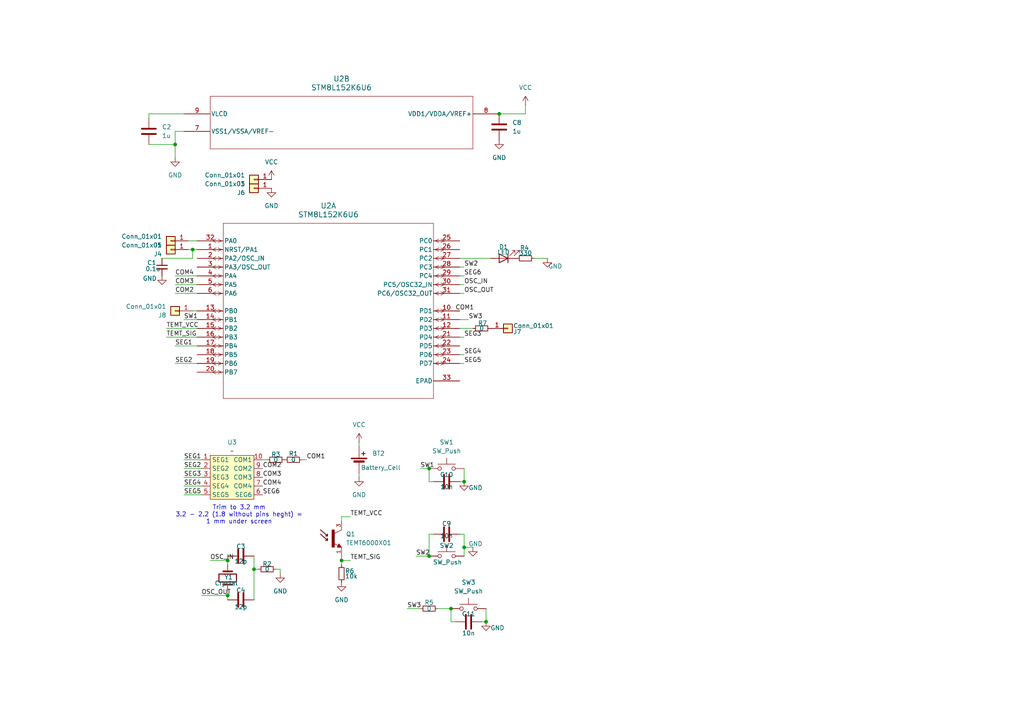
<source format=kicad_sch>
(kicad_sch (version 20250114) (generator "eeschema") (generator_version "9.0")
  (paper "A4")
  (lib_symbols
    (symbol "Connector_Generic:Conn_01x01" (pin_names (offset 1.016) (hide yes))
      (property "Reference" "J" (at 0 2.54 0))
      (property "Value" "Conn_01x01" (at 0 -2.54 0))
      (symbol "Conn_01x01_1_1"
        (rectangle (start -1.27 1.27) (end 1.27 -1.27) (stroke (width 0.254)) (fill (type background)))
        (rectangle (start -1.27 0.127) (end 0 -0.127) (stroke (width 0.1524)))
        (pin passive line (at -5.08 0 0) (length 3.81) (name "Pin_1") (number "1"))
      )
    )
    (symbol "Device:Battery_Cell" (pin_numbers (hide yes)) (pin_names (offset 0) (hide yes))
      (property "Reference" "BT" (at 2.54 2.54 0))
      (property "Value" "Battery_Cell" (at 2.54 0 0))
      (symbol "Battery_Cell_0_1"
        (rectangle (start -2.286 1.778) (end 2.286 1.524) (fill (type outline)))
        (rectangle (start -1.524 1.016) (end 1.524 0.508) (fill (type outline)))
        (polyline (pts (xy 0 1.778) (xy 0 2.54)))
        (polyline (pts (xy 0 0.762) (xy 0 0)))
        (polyline (pts (xy 0.762 3.048) (xy 1.778 3.048)) (stroke (width 0.254)))
        (polyline (pts (xy 1.27 3.556) (xy 1.27 2.54)) (stroke (width 0.254)))
      )
      (symbol "Battery_Cell_1_1"
        (pin passive line (at 0 5.08 270) (length 2.54) (name "+") (number "1"))
        (pin passive line (at 0 -2.54 90) (length 2.54) (name "-") (number "2"))
      )
    )
    (symbol "Device:C" (pin_numbers (hide yes)) (pin_names (offset 0.254))
      (property "Reference" "C" (at 0.635 2.54 0))
      (property "Value" "C" (at 0.635 -2.54 0))
      (symbol "C_0_1"
        (polyline (pts (xy -2.032 0.762) (xy 2.032 0.762)) (stroke (width 0.508)))
        (polyline (pts (xy -2.032 -0.762) (xy 2.032 -0.762)) (stroke (width 0.508)))
      )
      (symbol "C_1_1"
        (pin passive line (at 0 3.81 270) (length 2.794) (name "~") (number "1"))
        (pin passive line (at 0 -3.81 90) (length 2.794) (name "~") (number "2"))
      )
    )
    (symbol "Device:C_Small" (pin_numbers (hide yes)) (pin_names (offset 0.254) (hide yes))
      (property "Reference" "C" (at 0.254 1.778 0))
      (property "Value" "C_Small" (at 0.254 -2.032 0))
      (symbol "C_Small_0_1"
        (polyline (pts (xy -1.524 0.508) (xy 1.524 0.508)) (stroke (width 0.3048)))
        (polyline (pts (xy -1.524 -0.508) (xy 1.524 -0.508)) (stroke (width 0.3302)))
      )
      (symbol "C_Small_1_1"
        (pin passive line (at 0 2.54 270) (length 2.032) (name "~") (number "1"))
        (pin passive line (at 0 -2.54 90) (length 2.032) (name "~") (number "2"))
      )
    )
    (symbol "Device:Crystal" (pin_numbers (hide yes)) (pin_names (offset 1.016) (hide yes))
      (property "Reference" "Y" (at 0 3.81 0))
      (property "Value" "Crystal" (at 0 -3.81 0))
      (symbol "Crystal_0_1"
        (polyline (pts (xy -2.54 0) (xy -1.905 0)))
        (polyline (pts (xy -1.905 -1.27) (xy -1.905 1.27)) (stroke (width 0.508)))
        (rectangle (start -1.143 2.54) (end 1.143 -2.54) (stroke (width 0.3048)))
        (polyline (pts (xy 1.905 -1.27) (xy 1.905 1.27)) (stroke (width 0.508)))
        (polyline (pts (xy 2.54 0) (xy 1.905 0)))
      )
      (symbol "Crystal_1_1"
        (pin passive line (at -3.81 0 0) (length 1.27) (name "1") (number "1"))
        (pin passive line (at 3.81 0 180) (length 1.27) (name "2") (number "2"))
      )
    )
    (symbol "Device:LED" (pin_numbers (hide yes)) (pin_names (offset 1.016) (hide yes))
      (property "Reference" "D" (at 0 2.54 0))
      (property "Value" "LED" (at 0 -2.54 0))
      (symbol "LED_0_1"
        (polyline (pts (xy -3.048 -0.762) (xy -4.572 -2.286) (xy -3.81 -2.286) (xy -4.572 -2.286) (xy -4.572 -1.524)))
        (polyline (pts (xy -1.778 -0.762) (xy -3.302 -2.286) (xy -2.54 -2.286) (xy -3.302 -2.286) (xy -3.302 -1.524)))
        (polyline (pts (xy -1.27 0) (xy 1.27 0)))
        (polyline (pts (xy -1.27 -1.27) (xy -1.27 1.27)) (stroke (width 0.254)))
        (polyline (pts (xy 1.27 -1.27) (xy 1.27 1.27) (xy -1.27 0) (xy 1.27 -1.27)) (stroke (width 0.254)))
      )
      (symbol "LED_1_1"
        (pin passive line (at -3.81 0 0) (length 2.54) (name "K") (number "1"))
        (pin passive line (at 3.81 0 180) (length 2.54) (name "A") (number "2"))
      )
    )
    (symbol "Device:R_Small" (pin_numbers (hide yes)) (pin_names (offset 0.254) (hide yes))
      (property "Reference" "R" (at 0.762 0.508 0))
      (property "Value" "R_Small" (at 0.762 -1.016 0))
      (symbol "R_Small_0_1"
        (rectangle (start -0.762 1.778) (end 0.762 -1.778) (stroke (width 0.2032)))
      )
      (symbol "R_Small_1_1"
        (pin passive line (at 0 2.54 270) (length 0.762) (name "~") (number "1"))
        (pin passive line (at 0 -2.54 90) (length 0.762) (name "~") (number "2"))
      )
    )
    (symbol "SegmentLCD:3SegLCD10Pin"
      (property "Reference" "U" (at 0 6.604 0))
      (symbol "3SegLCD10Pin_0_1"
        (rectangle (start -6.35 3.81) (end 6.35 -8.89) (fill (type background)))
      )
      (symbol "3SegLCD10Pin_1_1"
        (pin input line (at -8.89 2.54 0) (length 2.54) (name "SEG1") (number "1"))
        (pin input line (at -8.89 0 0) (length 2.54) (name "SEG2") (number "2"))
        (pin input line (at -8.89 -2.54 0) (length 2.54) (name "SEG3") (number "3"))
        (pin input line (at -8.89 -5.08 0) (length 2.54) (name "SEG4") (number "4"))
        (pin input line (at -8.89 -7.62 0) (length 2.54) (name "SEG5") (number "5"))
        (pin input line (at 8.89 2.54 180) (length 2.54) (name "COM1") (number "10"))
        (pin input line (at 8.89 0 180) (length 2.54) (name "COM2") (number "9"))
        (pin input line (at 8.89 -2.54 180) (length 2.54) (name "COM3") (number "8"))
        (pin input line (at 8.89 -5.08 180) (length 2.54) (name "COM4") (number "7"))
        (pin input line (at 8.89 -7.62 180) (length 2.54) (name "SEG6") (number "6"))
      )
    )
    (symbol "Switch:SW_Push" (pin_numbers (hide yes)) (pin_names (offset 1.016) (hide yes))
      (property "Reference" "SW" (at 1.27 2.54 0))
      (property "Value" "SW_Push" (at 0 -1.524 0))
      (symbol "SW_Push_0_1"
        (circle (center -2.032 0) (radius 0.508))
        (polyline (pts (xy 0 1.27) (xy 0 3.048)))
        (circle (center 2.032 0) (radius 0.508))
        (polyline (pts (xy 2.54 1.27) (xy -2.54 1.27)))
        (pin passive line (at -5.08 0 0) (length 2.54) (name "1") (number "1"))
        (pin passive line (at 5.08 0 180) (length 2.54) (name "2") (number "2"))
      )
    )
    (symbol "TEMT6000X01:TEMT6000X01" (pin_names (offset 1.016))
      (property "Reference" "Q" (at 5.0999 0 0))
      (property "Value" "TEMT6000X01" (at 5.0887 -2.5444 0))
      (symbol "TEMT6000X01_0_0"
        (polyline (pts (xy -3.556 2.54) (xy -1.524 0.762)) (stroke (width 0.254)))
        (polyline (pts (xy -3.556 1.27) (xy -1.524 -0.508)) (stroke (width 0.254)))
        (polyline (pts (xy -2.032 0.762) (xy -1.524 1.27)) (stroke (width 0.254)))
        (polyline (pts (xy -2.032 -0.508) (xy -1.524 0)) (stroke (width 0.254)))
        (polyline (pts (xy -1.524 1.27) (xy -1.524 0.762)) (stroke (width 0.254)))
        (polyline (pts (xy -1.524 0.762) (xy -2.032 0.762)) (stroke (width 0.254)))
        (polyline (pts (xy -1.524 0) (xy -1.524 -0.508)) (stroke (width 0.254)))
        (polyline (pts (xy -1.524 -0.508) (xy -2.032 -0.508)) (stroke (width 0.254)))
        (rectangle (start -0.2547 -2.5468) (end 0.508 2.54) (stroke (width 0.1)) (fill (type outline)))
        (polyline (pts (xy 1.27 -2.54) (xy 1.778 -1.524)) (stroke (width 0.1524)))
        (polyline (pts (xy 1.524 -2.286) (xy 1.905 -2.286)) (stroke (width 0.254)))
        (polyline (pts (xy 1.524 -2.413) (xy 2.286 -2.413)) (stroke (width 0.254)))
        (polyline (pts (xy 1.54 -2.04) (xy 0.308 -1.424)) (stroke (width 0.1524)))
        (polyline (pts (xy 1.778 -1.524) (xy 2.54 -2.54)) (stroke (width 0.1524)))
        (polyline (pts (xy 1.778 -1.778) (xy 1.524 -2.286)) (stroke (width 0.254)))
        (polyline (pts (xy 1.905 -2.286) (xy 1.778 -2.032)) (stroke (width 0.254)))
        (polyline (pts (xy 2.286 -2.413) (xy 1.778 -1.778)) (stroke (width 0.254)))
        (polyline (pts (xy 2.54 2.54) (xy 0.508 1.524)) (stroke (width 0.1524)))
        (polyline (pts (xy 2.54 -2.54) (xy 1.27 -2.54)) (stroke (width 0.1524)))
        (pin passive line (at 2.54 5.08 270) (length 2.54) (name "~") (number "3"))
        (pin passive line (at 2.54 -5.08 90) (length 2.54) (name "~") (number "1"))
      )
    )
    (symbol "power:GND" (power) (pin_numbers (hide yes)) (pin_names (offset 0) (hide yes))
      (property "Value" "GND" (at 0 -3.81 0))
      (symbol "GND_0_1"
        (polyline (pts (xy 0 0) (xy 0 -1.27) (xy 1.27 -1.27) (xy 0 -2.54) (xy -1.27 -1.27) (xy 0 -1.27)))
      )
      (symbol "GND_1_1"
        (pin power_in line (at 0 0 270) (length 0) (name "~") (number "1"))
      )
    )
    (symbol "power:VCC" (power) (pin_numbers (hide yes)) (pin_names (offset 0) (hide yes))
      (property "Value" "VCC" (at 0 3.556 0))
      (symbol "VCC_0_1"
        (polyline (pts (xy -0.762 1.27) (xy 0 2.54)))
        (polyline (pts (xy 0 2.54) (xy 0.762 1.27)))
        (polyline (pts (xy 0 0) (xy 0 2.54)))
      )
      (symbol "VCC_1_1"
        (pin power_in line (at 0 0 90) (length 0) (name "~") (number "1"))
      )
    )
    (symbol "stm32l152k6u6:STM8L152K6U6" (pin_names (offset 0.254))
      (property "Reference" "U" (at 38.1 10.16 0))
      (property "Value" "STM8L152K6U6" (at 38.1 7.62 0))
      (symbol "STM8L152K6U6_1_1"
        (polyline (pts (xy 5.5372 0.5207) (xy 4.4958 0)) (stroke (width 0.127)))
        (polyline (pts (xy 5.5372 -0.5207) (xy 4.4958 0)) (stroke (width 0.127)))
        (polyline (pts (xy 5.5372 -2.0193) (xy 4.4958 -2.54)) (stroke (width 0.127)))
        (polyline (pts (xy 5.5372 -3.0607) (xy 4.4958 -2.54)) (stroke (width 0.127)))
        (polyline (pts (xy 5.5372 -4.5593) (xy 4.4958 -5.08)) (stroke (width 0.127)))
        (polyline (pts (xy 5.5372 -5.6007) (xy 4.4958 -5.08)) (stroke (width 0.127)))
        (polyline (pts (xy 5.5372 -7.0993) (xy 4.4958 -7.62)) (stroke (width 0.127)))
        (polyline (pts (xy 5.5372 -8.1407) (xy 4.4958 -7.62)) (stroke (width 0.127)))
        (polyline (pts (xy 5.5372 -9.6393) (xy 4.4958 -10.16)) (stroke (width 0.127)))
        (polyline (pts (xy 5.5372 -10.6807) (xy 4.4958 -10.16)) (stroke (width 0.127)))
        (polyline (pts (xy 5.5372 -12.1793) (xy 4.4958 -12.7)) (stroke (width 0.127)))
        (polyline (pts (xy 5.5372 -13.2207) (xy 4.4958 -12.7)) (stroke (width 0.127)))
        (polyline (pts (xy 5.5372 -14.7193) (xy 4.4958 -15.24)) (stroke (width 0.127)))
        (polyline (pts (xy 5.5372 -15.7607) (xy 4.4958 -15.24)) (stroke (width 0.127)))
        (polyline (pts (xy 5.5372 -19.7993) (xy 4.4958 -20.32)) (stroke (width 0.127)))
        (polyline (pts (xy 5.5372 -20.8407) (xy 4.4958 -20.32)) (stroke (width 0.127)))
        (polyline (pts (xy 5.5372 -22.3393) (xy 4.4958 -22.86)) (stroke (width 0.127)))
        (polyline (pts (xy 5.5372 -23.3807) (xy 4.4958 -22.86)) (stroke (width 0.127)))
        (polyline (pts (xy 5.5372 -24.8793) (xy 4.4958 -25.4)) (stroke (width 0.127)))
        (polyline (pts (xy 5.5372 -25.9207) (xy 4.4958 -25.4)) (stroke (width 0.127)))
        (polyline (pts (xy 5.5372 -27.4193) (xy 4.4958 -27.94)) (stroke (width 0.127)))
        (polyline (pts (xy 5.5372 -28.4607) (xy 4.4958 -27.94)) (stroke (width 0.127)))
        (polyline (pts (xy 5.5372 -29.9593) (xy 4.4958 -30.48)) (stroke (width 0.127)))
        (polyline (pts (xy 5.5372 -31.0007) (xy 4.4958 -30.48)) (stroke (width 0.127)))
        (polyline (pts (xy 5.5372 -32.4993) (xy 4.4958 -33.02)) (stroke (width 0.127)))
        (polyline (pts (xy 5.5372 -33.5407) (xy 4.4958 -33.02)) (stroke (width 0.127)))
        (polyline (pts (xy 5.5372 -35.0393) (xy 4.4958 -35.56)) (stroke (width 0.127)))
        (polyline (pts (xy 5.5372 -36.0807) (xy 4.4958 -35.56)) (stroke (width 0.127)))
        (polyline (pts (xy 5.5372 -37.5793) (xy 4.4958 -38.1)) (stroke (width 0.127)))
        (polyline (pts (xy 5.5372 -38.6207) (xy 4.4958 -38.1)) (stroke (width 0.127)))
        (polyline (pts (xy 7.0993 0) (xy 6.0579 0.5207)) (stroke (width 0.127)))
        (polyline (pts (xy 7.0993 0) (xy 6.0579 -0.5207)) (stroke (width 0.127)))
        (polyline (pts (xy 7.0993 -2.54) (xy 6.0579 -2.0193)) (stroke (width 0.127)))
        (polyline (pts (xy 7.0993 -2.54) (xy 6.0579 -3.0607)) (stroke (width 0.127)))
        (polyline (pts (xy 7.0993 -5.08) (xy 6.0579 -4.5593)) (stroke (width 0.127)))
        (polyline (pts (xy 7.0993 -5.08) (xy 6.0579 -5.6007)) (stroke (width 0.127)))
        (polyline (pts (xy 7.0993 -7.62) (xy 6.0579 -7.0993)) (stroke (width 0.127)))
        (polyline (pts (xy 7.0993 -7.62) (xy 6.0579 -8.1407)) (stroke (width 0.127)))
        (polyline (pts (xy 7.0993 -10.16) (xy 6.0579 -9.6393)) (stroke (width 0.127)))
        (polyline (pts (xy 7.0993 -10.16) (xy 6.0579 -10.6807)) (stroke (width 0.127)))
        (polyline (pts (xy 7.0993 -12.7) (xy 6.0579 -12.1793)) (stroke (width 0.127)))
        (polyline (pts (xy 7.0993 -12.7) (xy 6.0579 -13.2207)) (stroke (width 0.127)))
        (polyline (pts (xy 7.0993 -15.24) (xy 6.0579 -14.7193)) (stroke (width 0.127)))
        (polyline (pts (xy 7.0993 -15.24) (xy 6.0579 -15.7607)) (stroke (width 0.127)))
        (polyline (pts (xy 7.0993 -20.32) (xy 6.0579 -19.7993)) (stroke (width 0.127)))
        (polyline (pts (xy 7.0993 -20.32) (xy 6.0579 -20.8407)) (stroke (width 0.127)))
        (polyline (pts (xy 7.0993 -22.86) (xy 6.0579 -22.3393)) (stroke (width 0.127)))
        (polyline (pts (xy 7.0993 -22.86) (xy 6.0579 -23.3807)) (stroke (width 0.127)))
        (polyline (pts (xy 7.0993 -25.4) (xy 6.0579 -24.8793)) (stroke (width 0.127)))
        (polyline (pts (xy 7.0993 -25.4) (xy 6.0579 -25.9207)) (stroke (width 0.127)))
        (polyline (pts (xy 7.0993 -27.94) (xy 6.0579 -27.4193)) (stroke (width 0.127)))
        (polyline (pts (xy 7.0993 -27.94) (xy 6.0579 -28.4607)) (stroke (width 0.127)))
        (polyline (pts (xy 7.0993 -30.48) (xy 6.0579 -29.9593)) (stroke (width 0.127)))
        (polyline (pts (xy 7.0993 -30.48) (xy 6.0579 -31.0007)) (stroke (width 0.127)))
        (polyline (pts (xy 7.0993 -33.02) (xy 6.0579 -32.4993)) (stroke (width 0.127)))
        (polyline (pts (xy 7.0993 -33.02) (xy 6.0579 -33.5407)) (stroke (width 0.127)))
        (polyline (pts (xy 7.0993 -35.56) (xy 6.0579 -35.0393)) (stroke (width 0.127)))
        (polyline (pts (xy 7.0993 -35.56) (xy 6.0579 -36.0807)) (stroke (width 0.127)))
        (polyline (pts (xy 7.0993 -38.1) (xy 6.0579 -37.5793)) (stroke (width 0.127)))
        (polyline (pts (xy 7.0993 -38.1) (xy 6.0579 -38.6207)) (stroke (width 0.127)))
        (polyline (pts (xy 7.62 5.08) (xy 7.62 -45.72)) (stroke (width 0.127)))
        (polyline (pts (xy 7.62 -45.72) (xy 68.58 -45.72)) (stroke (width 0.127)))
        (polyline (pts (xy 68.58 5.08) (xy 7.62 5.08)) (stroke (width 0.127)))
        (polyline (pts (xy 68.58 -45.72) (xy 68.58 5.08)) (stroke (width 0.127)))
        (polyline (pts (xy 69.1007 0) (xy 70.1421 0.5207)) (stroke (width 0.127)))
        (polyline (pts (xy 69.1007 0) (xy 70.1421 -0.5207)) (stroke (width 0.127)))
        (polyline (pts (xy 69.1007 -2.54) (xy 70.1421 -2.0193)) (stroke (width 0.127)))
        (polyline (pts (xy 69.1007 -2.54) (xy 70.1421 -3.0607)) (stroke (width 0.127)))
        (polyline (pts (xy 69.1007 -5.08) (xy 70.1421 -4.5593)) (stroke (width 0.127)))
        (polyline (pts (xy 69.1007 -5.08) (xy 70.1421 -5.6007)) (stroke (width 0.127)))
        (polyline (pts (xy 69.1007 -7.62) (xy 70.1421 -7.0993)) (stroke (width 0.127)))
        (polyline (pts (xy 69.1007 -7.62) (xy 70.1421 -8.1407)) (stroke (width 0.127)))
        (polyline (pts (xy 69.1007 -10.16) (xy 70.1421 -9.6393)) (stroke (width 0.127)))
        (polyline (pts (xy 69.1007 -10.16) (xy 70.1421 -10.6807)) (stroke (width 0.127)))
        (polyline (pts (xy 69.1007 -12.7) (xy 70.1421 -12.1793)) (stroke (width 0.127)))
        (polyline (pts (xy 69.1007 -12.7) (xy 70.1421 -13.2207)) (stroke (width 0.127)))
        (polyline (pts (xy 69.1007 -15.24) (xy 70.1421 -14.7193)) (stroke (width 0.127)))
        (polyline (pts (xy 69.1007 -15.24) (xy 70.1421 -15.7607)) (stroke (width 0.127)))
        (polyline (pts (xy 69.1007 -20.32) (xy 70.1421 -19.7993)) (stroke (width 0.127)))
        (polyline (pts (xy 69.1007 -20.32) (xy 70.1421 -20.8407)) (stroke (width 0.127)))
        (polyline (pts (xy 69.1007 -22.86) (xy 70.1421 -22.3393)) (stroke (width 0.127)))
        (polyline (pts (xy 69.1007 -22.86) (xy 70.1421 -23.3807)) (stroke (width 0.127)))
        (polyline (pts (xy 69.1007 -25.4) (xy 70.1421 -24.8793)) (stroke (width 0.127)))
        (polyline (pts (xy 69.1007 -25.4) (xy 70.1421 -25.9207)) (stroke (width 0.127)))
        (polyline (pts (xy 69.1007 -27.94) (xy 70.1421 -27.4193)) (stroke (width 0.127)))
        (polyline (pts (xy 69.1007 -27.94) (xy 70.1421 -28.4607)) (stroke (width 0.127)))
        (polyline (pts (xy 69.1007 -30.48) (xy 70.1421 -29.9593)) (stroke (width 0.127)))
        (polyline (pts (xy 69.1007 -30.48) (xy 70.1421 -31.0007)) (stroke (width 0.127)))
        (polyline (pts (xy 69.1007 -33.02) (xy 70.1421 -32.4993)) (stroke (width 0.127)))
        (polyline (pts (xy 69.1007 -33.02) (xy 70.1421 -33.5407)) (stroke (width 0.127)))
        (polyline (pts (xy 69.1007 -35.56) (xy 70.1421 -35.0393)) (stroke (width 0.127)))
        (polyline (pts (xy 69.1007 -35.56) (xy 70.1421 -36.0807)) (stroke (width 0.127)))
        (polyline (pts (xy 70.6628 0.5207) (xy 71.7042 0)) (stroke (width 0.127)))
        (polyline (pts (xy 70.6628 -0.5207) (xy 71.7042 0)) (stroke (width 0.127)))
        (polyline (pts (xy 70.6628 -2.0193) (xy 71.7042 -2.54)) (stroke (width 0.127)))
        (polyline (pts (xy 70.6628 -3.0607) (xy 71.7042 -2.54)) (stroke (width 0.127)))
        (polyline (pts (xy 70.6628 -4.5593) (xy 71.7042 -5.08)) (stroke (width 0.127)))
        (polyline (pts (xy 70.6628 -5.6007) (xy 71.7042 -5.08)) (stroke (width 0.127)))
        (polyline (pts (xy 70.6628 -7.0993) (xy 71.7042 -7.62)) (stroke (width 0.127)))
        (polyline (pts (xy 70.6628 -8.1407) (xy 71.7042 -7.62)) (stroke (width 0.127)))
        (polyline (pts (xy 70.6628 -9.6393) (xy 71.7042 -10.16)) (stroke (width 0.127)))
        (polyline (pts (xy 70.6628 -10.6807) (xy 71.7042 -10.16)) (stroke (width 0.127)))
        (polyline (pts (xy 70.6628 -12.1793) (xy 71.7042 -12.7)) (stroke (width 0.127)))
        (polyline (pts (xy 70.6628 -13.2207) (xy 71.7042 -12.7)) (stroke (width 0.127)))
        (polyline (pts (xy 70.6628 -14.7193) (xy 71.7042 -15.24)) (stroke (width 0.127)))
        (polyline (pts (xy 70.6628 -15.7607) (xy 71.7042 -15.24)) (stroke (width 0.127)))
        (polyline (pts (xy 70.6628 -19.7993) (xy 71.7042 -20.32)) (stroke (width 0.127)))
        (polyline (pts (xy 70.6628 -20.8407) (xy 71.7042 -20.32)) (stroke (width 0.127)))
        (polyline (pts (xy 70.6628 -22.3393) (xy 71.7042 -22.86)) (stroke (width 0.127)))
        (polyline (pts (xy 70.6628 -23.3807) (xy 71.7042 -22.86)) (stroke (width 0.127)))
        (polyline (pts (xy 70.6628 -24.8793) (xy 71.7042 -25.4)) (stroke (width 0.127)))
        (polyline (pts (xy 70.6628 -25.9207) (xy 71.7042 -25.4)) (stroke (width 0.127)))
        (polyline (pts (xy 70.6628 -27.4193) (xy 71.7042 -27.94)) (stroke (width 0.127)))
        (polyline (pts (xy 70.6628 -28.4607) (xy 71.7042 -27.94)) (stroke (width 0.127)))
        (polyline (pts (xy 70.6628 -29.9593) (xy 71.7042 -30.48)) (stroke (width 0.127)))
        (polyline (pts (xy 70.6628 -31.0007) (xy 71.7042 -30.48)) (stroke (width 0.127)))
        (polyline (pts (xy 70.6628 -32.4993) (xy 71.7042 -33.02)) (stroke (width 0.127)))
        (polyline (pts (xy 70.6628 -33.5407) (xy 71.7042 -33.02)) (stroke (width 0.127)))
        (polyline (pts (xy 70.6628 -35.0393) (xy 71.7042 -35.56)) (stroke (width 0.127)))
        (polyline (pts (xy 70.6628 -36.0807) (xy 71.7042 -35.56)) (stroke (width 0.127)))
        (pin bidirectional line (at 0 0 0) (length 7.62) (name "PA0") (number "32"))
        (pin bidirectional line (at 0 -2.54 0) (length 7.62) (name "NRST/PA1") (number "1"))
        (pin bidirectional line (at 0 -5.08 0) (length 7.62) (name "PA2/OSC_IN") (number "2"))
        (pin bidirectional line (at 0 -7.62 0) (length 7.62) (name "PA3/OSC_OUT") (number "3"))
        (pin bidirectional line (at 0 -10.16 0) (length 7.62) (name "PA4") (number "4"))
        (pin bidirectional line (at 0 -12.7 0) (length 7.62) (name "PA5") (number "5"))
        (pin bidirectional line (at 0 -15.24 0) (length 7.62) (name "PA6") (number "6"))
        (pin bidirectional line (at 0 -20.32 0) (length 7.62) (name "PB0") (number "13"))
        (pin bidirectional line (at 0 -22.86 0) (length 7.62) (name "PB1") (number "14"))
        (pin bidirectional line (at 0 -25.4 0) (length 7.62) (name "PB2") (number "15"))
        (pin bidirectional line (at 0 -27.94 0) (length 7.62) (name "PB3") (number "16"))
        (pin bidirectional line (at 0 -30.48 0) (length 7.62) (name "PB4") (number "17"))
        (pin bidirectional line (at 0 -33.02 0) (length 7.62) (name "PB5") (number "18"))
        (pin bidirectional line (at 0 -35.56 0) (length 7.62) (name "PB6") (number "19"))
        (pin bidirectional line (at 0 -38.1 0) (length 7.62) (name "PB7") (number "20"))
        (pin bidirectional line (at 76.2 0 180) (length 7.62) (name "PC0") (number "25"))
        (pin bidirectional line (at 76.2 -2.54 180) (length 7.62) (name "PC1") (number "26"))
        (pin bidirectional line (at 76.2 -5.08 180) (length 7.62) (name "PC2") (number "27"))
        (pin bidirectional line (at 76.2 -7.62 180) (length 7.62) (name "PC3") (number "28"))
        (pin bidirectional line (at 76.2 -10.16 180) (length 7.62) (name "PC4") (number "29"))
        (pin bidirectional line (at 76.2 -12.7 180) (length 7.62) (name "PC5/OSC32_IN") (number "30"))
        (pin bidirectional line (at 76.2 -15.24 180) (length 7.62) (name "PC6/OSC32_OUT") (number "31"))
        (pin bidirectional line (at 76.2 -20.32 180) (length 7.62) (name "PD1") (number "10"))
        (pin bidirectional line (at 76.2 -22.86 180) (length 7.62) (name "PD2") (number "11"))
        (pin bidirectional line (at 76.2 -25.4 180) (length 7.62) (name "PD3") (number "12"))
        (pin bidirectional line (at 76.2 -27.94 180) (length 7.62) (name "PD4") (number "21"))
        (pin bidirectional line (at 76.2 -30.48 180) (length 7.62) (name "PD5") (number "22"))
        (pin bidirectional line (at 76.2 -33.02 180) (length 7.62) (name "PD6") (number "23"))
        (pin bidirectional line (at 76.2 -35.56 180) (length 7.62) (name "PD7") (number "24"))
        (pin unspecified line (at 76.2 -40.64 180) (length 7.62) (name "EPAD") (number "33"))
      )
      (symbol "STM8L152K6U6_2_1"
        (polyline (pts (xy 7.62 5.08) (xy 7.62 -10.16)) (stroke (width 0.127)))
        (polyline (pts (xy 7.62 -10.16) (xy 83.82 -10.16)) (stroke (width 0.127)))
        (polyline (pts (xy 83.82 5.08) (xy 7.62 5.08)) (stroke (width 0.127)))
        (polyline (pts (xy 83.82 -10.16) (xy 83.82 5.08)) (stroke (width 0.127)))
        (pin power_in line (at 0 0 0) (length 7.62) (name "VLCD") (number "9"))
        (pin power_in line (at 0 -5.08 0) (length 7.62) (name "VSS1/VSSA/VREF-") (number "7"))
        (pin power_in line (at 91.44 0 180) (length 7.62) (name "VDD1/VDDA/VREF+") (number "8"))
      )
    )
  )
  (text "Trim to 3.2 mm\n3.2 - 2.2 (1.8 without pins heght) =\n1 mm under screen" (at 69.342 149.352 0) (effects (font (size 1.27 1.27))))
  (junction (at 66.04 172.72))
  (junction (at 124.46 161.29))
  (junction (at 134.62 158.75))
  (junction (at 124.46 135.89))
  (junction (at 66.04 162.56))
  (junction (at 50.8 41.91))
  (junction (at 99.06 162.56))
  (junction (at 73.66 165.1))
  (junction (at 134.62 139.7))
  (junction (at 55.88 72.39))
  (junction (at 144.78 33.02))
  (junction (at 130.81 176.53))
  (junction (at 140.97 180.34))
  (wire (pts (xy 54.61 69.85) (xy 57.15 69.85)))
  (wire (pts (xy 76.2 133.35) (xy 77.47 133.35)))
  (wire (pts (xy 154.94 74.93) (xy 158.75 74.93)))
  (wire (pts (xy 130.81 176.53) (xy 130.81 180.34)))
  (wire (pts (xy 132.08 180.34) (xy 130.81 180.34)))
  (wire (pts (xy 125.73 154.94) (xy 124.46 154.94)))
  (wire (pts (xy 99.06 162.56) (xy 99.06 163.83)))
  (wire (pts (xy 53.34 143.51) (xy 58.42 143.51)))
  (wire (pts (xy 55.88 74.93) (xy 55.88 72.39)))
  (wire (pts (xy 99.06 149.86) (xy 99.06 151.13)))
  (wire (pts (xy 127 176.53) (xy 130.81 176.53)))
  (wire (pts (xy 50.8 80.01) (xy 57.15 80.01)))
  (wire (pts (xy 142.24 74.93) (xy 133.35 74.93)))
  (wire (pts (xy 124.46 135.89) (xy 124.46 139.7)))
  (wire (pts (xy 43.18 41.91) (xy 50.8 41.91)))
  (wire (pts (xy 66.04 161.29) (xy 66.04 162.56)))
  (wire (pts (xy 101.6 162.56) (xy 99.06 162.56)))
  (wire (pts (xy 55.88 72.39) (xy 54.61 72.39)))
  (wire (pts (xy 50.8 100.33) (xy 57.15 100.33)))
  (wire (pts (xy 50.8 38.1) (xy 53.34 38.1)))
  (wire (pts (xy 99.06 161.29) (xy 99.06 162.56)))
  (wire (pts (xy 134.62 82.55) (xy 133.35 82.55)))
  (wire (pts (xy 134.62 85.09) (xy 133.35 85.09)))
  (wire (pts (xy 73.66 165.1) (xy 73.66 173.99)))
  (wire (pts (xy 137.16 95.25) (xy 133.35 95.25)))
  (wire (pts (xy 73.66 165.1) (xy 74.93 165.1)))
  (wire (pts (xy 133.35 77.47) (xy 134.62 77.47)))
  (wire (pts (xy 134.62 161.29) (xy 134.62 158.75)))
  (wire (pts (xy 50.8 45.72) (xy 50.8 41.91)))
  (wire (pts (xy 53.34 138.43) (xy 58.42 138.43)))
  (wire (pts (xy 118.11 176.53) (xy 121.92 176.53)))
  (wire (pts (xy 81.28 165.1) (xy 80.01 165.1)))
  (wire (pts (xy 50.8 41.91) (xy 50.8 38.1)))
  (wire (pts (xy 53.34 92.71) (xy 57.15 92.71)))
  (wire (pts (xy 152.4 33.02) (xy 144.78 33.02)))
  (wire (pts (xy 139.7 180.34) (xy 140.97 180.34)))
  (wire (pts (xy 104.14 137.16) (xy 104.14 138.43)))
  (wire (pts (xy 55.88 72.39) (xy 57.15 72.39)))
  (wire (pts (xy 43.18 33.02) (xy 43.18 34.29)))
  (wire (pts (xy 88.9 133.35) (xy 87.63 133.35)))
  (wire (pts (xy 132.08 90.17) (xy 133.35 90.17)))
  (wire (pts (xy 48.26 97.79) (xy 57.15 97.79)))
  (wire (pts (xy 66.04 172.72) (xy 66.04 173.99)))
  (wire (pts (xy 50.8 82.55) (xy 57.15 82.55)))
  (wire (pts (xy 124.46 161.29) (xy 124.46 154.94)))
  (wire (pts (xy 133.35 139.7) (xy 134.62 139.7)))
  (wire (pts (xy 133.35 97.79) (xy 134.62 97.79)))
  (wire (pts (xy 134.62 158.75) (xy 134.62 154.94)))
  (wire (pts (xy 66.04 171.45) (xy 66.04 172.72)))
  (wire (pts (xy 73.66 161.29) (xy 73.66 165.1)))
  (wire (pts (xy 60.96 162.56) (xy 66.04 162.56)))
  (wire (pts (xy 66.04 162.56) (xy 66.04 163.83)))
  (wire (pts (xy 48.26 95.25) (xy 57.15 95.25)))
  (wire (pts (xy 125.73 139.7) (xy 124.46 139.7)))
  (wire (pts (xy 134.62 135.89) (xy 134.62 139.7)))
  (wire (pts (xy 46.99 74.93) (xy 55.88 74.93)))
  (wire (pts (xy 58.42 172.72) (xy 66.04 172.72)))
  (wire (pts (xy 134.62 154.94) (xy 133.35 154.94)))
  (wire (pts (xy 137.16 158.75) (xy 134.62 158.75)))
  (wire (pts (xy 133.35 105.41) (xy 134.62 105.41)))
  (wire (pts (xy 53.34 133.35) (xy 58.42 133.35)))
  (wire (pts (xy 104.14 128.27) (xy 104.14 129.54)))
  (wire (pts (xy 121.92 135.89) (xy 124.46 135.89)))
  (wire (pts (xy 55.88 90.17) (xy 57.15 90.17)))
  (wire (pts (xy 152.4 30.48) (xy 152.4 33.02)))
  (wire (pts (xy 50.8 85.09) (xy 57.15 85.09)))
  (wire (pts (xy 101.6 149.86) (xy 99.06 149.86)))
  (wire (pts (xy 140.97 176.53) (xy 140.97 180.34)))
  (wire (pts (xy 53.34 33.02) (xy 43.18 33.02)))
  (wire (pts (xy 135.89 92.71) (xy 133.35 92.71)))
  (wire (pts (xy 50.8 105.41) (xy 57.15 105.41)))
  (wire (pts (xy 133.35 102.87) (xy 134.62 102.87)))
  (wire (pts (xy 53.34 140.97) (xy 58.42 140.97)))
  (wire (pts (xy 133.35 80.01) (xy 134.62 80.01)))
  (wire (pts (xy 81.28 166.37) (xy 81.28 165.1)))
  (wire (pts (xy 53.34 135.89) (xy 58.42 135.89)))
  (wire (pts (xy 120.65 161.29) (xy 124.46 161.29)))
  (label "OSC_IN" (at 134.62 82.55 0))
  (label "SW3" (at 135.89 92.71 0))
  (label "COM3" (at 50.8 82.55 0))
  (label "SW2" (at 120.65 161.29 0))
  (label "COM4" (at 50.8 80.01 0))
  (label "COM3" (at 76.2 138.43 0))
  (label "SW1" (at 121.92 135.89 0))
  (label "SEG1" (at 50.8 100.33 0))
  (label "SW2" (at 134.62 77.47 0))
  (label "OSC_IN" (at 60.96 162.56 0))
  (label "SEG2" (at 50.8 105.41 0))
  (label "SEG4" (at 53.34 140.97 0))
  (label "SEG4" (at 134.62 102.87 0))
  (label "SW1" (at 53.34 92.71 0))
  (label "COM1" (at 132.08 90.17 0))
  (label "SW3" (at 118.11 176.53 0))
  (label "SEG5" (at 134.62 105.41 0))
  (label "TEMT_VCC" (at 48.26 95.25 0))
  (label "SEG5" (at 53.34 143.51 0))
  (label "SEG6" (at 134.62 80.01 0))
  (label "OSC_OUT" (at 58.42 172.72 0))
  (label "COM2" (at 50.8 85.09 0))
  (label "COM2" (at 76.2 135.89 0))
  (label "TEMT_VCC" (at 101.6 149.86 0))
  (label "SEG3" (at 53.34 138.43 0))
  (label "OSC_OUT" (at 134.62 85.09 0))
  (label "TEMT_SIG" (at 48.26 97.79 0))
  (label "TEMT_SIG" (at 101.6 162.56 0))
  (label "SEG3" (at 134.62 97.79 0))
  (label "SEG1" (at 53.34 133.35 0))
  (label "SEG6" (at 76.2 143.51 0))
  (label "SEG2" (at 53.34 135.89 0))
  (label "COM4" (at 76.2 140.97 0))
  (label "COM1" (at 88.9 133.35 0))
  (symbol (lib_id "Device:C") (at 135.89 180.34 90) (unit 1)
    (property "Reference" "C11" (at 135.89 178.054 90))
    (property "Value" "10n" (at 135.89 183.642 90))
    (property "Footprint" "Fuse:Fuse_0402_1005Metric" (effects (hide yes)))
    (property "Description" "Unpolarized capacitor" (effects (hide yes)))
  )
  (symbol (lib_id "SegmentLCD:3SegLCD10Pin") (at 67.31 135.89 0) (unit 1)
    (property "Reference" "U3" (at 67.31 128.27 0))
    (property "Value" "~" (at 67.31 130.81 0))
    (property "Footprint" "SegmentLCD:3SegLCD10Pin" (effects (hide yes)))
  )
  (symbol (lib_id "Device:Battery_Cell") (at 104.14 134.62 0) (unit 1)
    (property "Reference" "BT2" (at 107.95 131.5084 0) (effects (justify left)))
    (property "Value" "Battery_Cell" (at 104.648 135.636 0) (effects (justify left)))
    (property "Footprint" "Battery:BatteryHolder_MYOUNG_BS-07-A1BJ001_CR2032" (effects (hide yes)))
    (property "Description" "Single-cell battery" (effects (hide yes)))
  )
  (symbol (lib_id "Connector_Generic:Conn_01x01") (at 50.8 90.17 180) (unit 1)
    (property "Reference" "J8" (at 48.26 91.4401 0) (effects (justify left)))
    (property "Value" "Conn_01x01" (at 48.26 88.9001 0) (effects (justify left)))
    (property "Footprint" "Connector_Wire:SolderWirePad_1x01_SMD_1x2mm" (effects (hide yes)))
    (property "Description" "Generic connector, single row, 01x01, script generated (kicad-library-utils/schlib/autogen/connector/)" (effects (hide yes)))
  )
  (symbol (lib_id "Connector_Generic:Conn_01x01") (at 73.66 52.07 180) (unit 1) (on_board no)
    (property "Reference" "J3" (at 71.12 53.3401 0) (effects (justify left)))
    (property "Value" "Conn_01x01" (at 71.12 50.8001 0) (effects (justify left)))
    (property "Footprint" "Connector_Wire:SolderWirePad_1x01_SMD_1x2mm" (effects (hide yes)))
    (property "Description" "Generic connector, single row, 01x01, script generated (kicad-library-utils/schlib/autogen/connector/)" (effects (hide yes)))
  )
  (symbol (lib_id "Device:Crystal") (at 66.04 167.64 90) (unit 1)
    (property "Reference" "Y1" (at 65.024 167.386 90) (effects (justify right)))
    (property "Value" "Crystal" (at 62.23 169.164 90) (effects (justify right)))
    (property "Footprint" "Crystal:Crystal_SMD_2012-2Pin_2.0x1.2mm" (effects (hide yes)))
    (property "Description" "Two pin crystal" (effects (hide yes)))
  )
  (symbol (lib_id "Device:C") (at 144.78 36.83 180) (unit 1)
    (property "Reference" "C8" (at 148.59 35.5599 0) (effects (justify right)))
    (property "Value" "1u" (at 148.59 38.0999 0) (effects (justify right)))
    (property "Footprint" "Fuse:Fuse_0402_1005Metric" (effects (hide yes)))
    (property "Description" "Unpolarized capacitor" (effects (hide yes)))
  )
  (symbol (lib_id "Device:C") (at 69.85 173.99 90) (unit 1)
    (property "Reference" "C4" (at 69.85 171.196 90))
    (property "Value" "12p" (at 69.85 176.022 90))
    (property "Footprint" "Fuse:Fuse_0402_1005Metric" (effects (hide yes)))
    (property "Description" "Unpolarized capacitor" (effects (hide yes)))
  )
  (symbol (lib_id "power:GND") (at 144.78 40.64 0) (unit 1)
    (property "Reference" "#PWR014" (effects (hide yes)))
    (property "Value" "GND" (at 144.78 45.72 0))
    (property "Description" "Power symbol creates a global label with name \"GND\" , ground" (effects (hide yes)))
  )
  (symbol (lib_id "stm32l152k6u6:STM8L152K6U6") (at 53.34 33.02 0) (unit 2)
    (property "Reference" "U2" (at 99.06 22.86 0) (effects (font (size 1.524 1.524))))
    (property "Value" "STM8L152K6U6" (at 99.06 25.4 0) (effects (font (size 1.524 1.524))))
    (property "Footprint" "KiCadLib:UFQFPN32-5x5mm-L" (effects (hide yes)))
    (property "Datasheet" "STM8L152K6U6" (effects (hide yes)))
  )
  (symbol (lib_id "power:GND") (at 158.75 74.93 0) (unit 1)
    (property "Reference" "#PWR021" (effects (hide yes)))
    (property "Value" "GND" (at 161.036 77.216 0))
    (property "Description" "Power symbol creates a global label with name \"GND\" , ground" (effects (hide yes)))
  )
  (symbol (lib_id "Switch:SW_Push") (at 135.89 176.53 0) (unit 1)
    (property "Reference" "SW3" (at 135.89 168.91 0))
    (property "Value" "SW_Push" (at 135.89 171.45 0))
    (property "Footprint" "Button_Switch_SMD:SW_Push_SPST_NO_Alps_SKRK" (effects (hide yes)))
    (property "Description" "Push button switch, generic, two pins" (effects (hide yes)))
  )
  (symbol (lib_id "TEMT6000X01:TEMT6000X01") (at 96.52 156.21 0) (unit 1)
    (property "Reference" "Q1" (at 100.33 154.9145 0) (effects (justify left)))
    (property "Value" "TEMT6000X01" (at 100.33 157.4545 0) (effects (justify left)))
    (property "Footprint" "TEMT6000X01:TRANS_TEMT6000X01" (effects (hide yes)))
    (property "PARTREV" "1.9" (effects (hide yes)))
    (property "STANDARD" "Manufacturer Recommendations" (effects (hide yes)))
    (property "MANUFACTURER" "VISHAY" (effects (hide yes)))
  )
  (symbol (lib_id "power:GND") (at 99.06 168.91 0) (unit 1)
    (property "Reference" "#PWR020" (effects (hide yes)))
    (property "Value" "GND" (at 99.06 173.99 0))
    (property "Description" "Power symbol creates a global label with name \"GND\" , ground" (effects (hide yes)))
  )
  (symbol (lib_id "power:VCC") (at 78.74 52.07 0) (unit 1)
    (property "Reference" "#PWR08" (effects (hide yes)))
    (property "Value" "VCC" (at 78.74 46.99 0))
    (property "Description" "Power symbol creates a global label with name \"VCC\"" (effects (hide yes)))
  )
  (symbol (lib_id "power:GND") (at 81.28 166.37 0) (unit 1)
    (property "Reference" "#PWR09" (effects (hide yes)))
    (property "Value" "GND" (at 81.28 171.45 0))
    (property "Description" "Power symbol creates a global label with name \"GND\" , ground" (effects (hide yes)))
  )
  (symbol (lib_id "power:GND") (at 50.8 45.72 0) (unit 1)
    (property "Reference" "#PWR05" (effects (hide yes)))
    (property "Value" "GND" (at 50.8 50.8 0))
    (property "Description" "Power symbol creates a global label with name \"GND\" , ground" (effects (hide yes)))
  )
  (symbol (lib_id "Connector_Generic:Conn_01x01") (at 73.66 54.61 180) (unit 1) (on_board no)
    (property "Reference" "J6" (at 71.12 55.8801 0) (effects (justify left)))
    (property "Value" "Conn_01x01" (at 71.12 53.3401 0) (effects (justify left)))
    (property "Footprint" "Connector_Wire:SolderWirePad_1x01_SMD_1x2mm" (effects (hide yes)))
    (property "Description" "Generic connector, single row, 01x01, script generated (kicad-library-utils/schlib/autogen/connector/)" (effects (hide yes)))
  )
  (symbol (lib_id "Device:C") (at 69.85 161.29 270) (unit 1)
    (property "Reference" "C3" (at 69.85 158.496 90))
    (property "Value" "12p" (at 69.85 162.814 90))
    (property "Footprint" "Fuse:Fuse_0402_1005Metric" (effects (hide yes)))
    (property "Description" "Unpolarized capacitor" (effects (hide yes)))
  )
  (symbol (lib_id "power:GND") (at 134.62 139.7 0) (unit 1)
    (property "Reference" "#PWR018" (effects (hide yes)))
    (property "Value" "GND" (at 137.922 141.478 0))
    (property "Description" "Power symbol creates a global label with name \"GND\" , ground" (effects (hide yes)))
  )
  (symbol (lib_id "Device:LED") (at 146.05 74.93 180) (unit 1)
    (property "Reference" "D1" (at 146.05 71.628 0))
    (property "Value" "LED" (at 146.05 73.152 0))
    (property "Footprint" "LED_SMD:LED_0603_1608Metric" (effects (hide yes)))
    (property "Description" "Light emitting diode" (effects (hide yes)))
  )
  (symbol (lib_id "Device:R_Small") (at 139.7 95.25 270) (unit 1)
    (property "Reference" "R7" (at 139.954 93.726 90))
    (property "Value" "0" (at 139.7 95.25 90))
    (property "Footprint" "Resistor_SMD:R_0402_1005Metric" (effects (hide yes)))
    (property "Description" "Resistor, small symbol" (effects (hide yes)))
  )
  (symbol (lib_id "Device:R_Small") (at 152.4 74.93 270) (unit 1)
    (property "Reference" "R4" (at 152.146 71.882 90))
    (property "Value" "330" (at 152.4 73.406 90))
    (property "Footprint" "Resistor_SMD:R_0402_1005Metric" (effects (hide yes)))
    (property "Description" "Resistor, small symbol" (effects (hide yes)))
  )
  (symbol (lib_id "power:GND") (at 78.74 54.61 0) (unit 1)
    (property "Reference" "#PWR07" (effects (hide yes)))
    (property "Value" "GND" (at 78.74 59.69 0))
    (property "Description" "Power symbol creates a global label with name \"GND\" , ground" (effects (hide yes)))
  )
  (symbol (lib_id "Device:R_Small") (at 99.06 166.37 0) (unit 1)
    (property "Reference" "R6" (at 100.076 165.608 0) (effects (justify left)))
    (property "Value" "10k" (at 100.076 167.132 0) (effects (justify left)))
    (property "Footprint" "Resistor_SMD:R_0402_1005Metric" (effects (hide yes)))
    (property "Description" "Resistor, small symbol" (effects (hide yes)))
  )
  (symbol (lib_id "Device:C") (at 43.18 38.1 0) (unit 1)
    (property "Reference" "C2" (at 46.99 36.8299 0) (effects (justify left)))
    (property "Value" "1u" (at 46.99 39.3699 0) (effects (justify left)))
    (property "Footprint" "Capacitor_SMD:C_0603_1608Metric" (effects (hide yes)))
    (property "Description" "Unpolarized capacitor" (effects (hide yes)))
  )
  (symbol (lib_id "Connector_Generic:Conn_01x01") (at 49.53 69.85 180) (unit 1)
    (property "Reference" "J5" (at 46.99 71.1201 0) (effects (justify left)))
    (property "Value" "Conn_01x01" (at 46.99 68.5801 0) (effects (justify left)))
    (property "Footprint" "Connector_Wire:SolderWirePad_1x01_SMD_1x2mm" (effects (hide yes)))
    (property "Description" "Generic connector, single row, 01x01, script generated (kicad-library-utils/schlib/autogen/connector/)" (effects (hide yes)))
  )
  (symbol (lib_id "power:GND") (at 104.14 138.43 0) (unit 1)
    (property "Reference" "#PWR016" (effects (hide yes)))
    (property "Value" "GND" (at 104.14 143.51 0))
    (property "Description" "Power symbol creates a global label with name \"GND\" , ground" (effects (hide yes)))
  )
  (symbol (lib_id "stm32l152k6u6:STM8L152K6U6") (at 57.15 69.85 0) (unit 1)
    (property "Reference" "U2" (at 95.25 59.69 0) (effects (font (size 1.524 1.524))))
    (property "Value" "STM8L152K6U6" (at 95.25 62.23 0) (effects (font (size 1.524 1.524))))
    (property "Footprint" "KiCadLib:UFQFPN32-5x5mm-L" (effects (hide yes)))
    (property "Datasheet" "STM8L152K6U6" (effects (hide yes)))
  )
  (symbol (lib_id "Device:R_Small") (at 80.01 133.35 270) (unit 1)
    (property "Reference" "R3" (at 80.01 131.826 90))
    (property "Value" "0" (at 80.01 133.35 90))
    (property "Footprint" "Resistor_SMD:R_0603_1608Metric" (effects (hide yes)))
    (property "Description" "Resistor, small symbol" (effects (hide yes)))
  )
  (symbol (lib_id "Device:C") (at 129.54 139.7 90) (unit 1)
    (property "Reference" "C10" (at 129.54 137.668 90))
    (property "Value" "10n" (at 129.54 141.224 90))
    (property "Footprint" "Fuse:Fuse_0402_1005Metric" (effects (hide yes)))
    (property "Description" "Unpolarized capacitor" (effects (hide yes)))
  )
  (symbol (lib_id "Device:R_Small") (at 77.47 165.1 270) (unit 1)
    (property "Reference" "R2" (at 77.47 163.576 90))
    (property "Value" "0" (at 77.47 165.1 90))
    (property "Footprint" "Resistor_SMD:R_0603_1608Metric" (effects (hide yes)))
    (property "Description" "Resistor, small symbol" (effects (hide yes)))
  )
  (symbol (lib_id "power:VCC") (at 152.4 30.48 0) (unit 1)
    (property "Reference" "#PWR06" (effects (hide yes)))
    (property "Value" "VCC" (at 152.4 25.4 0))
    (property "Description" "Power symbol creates a global label with name \"VCC\"" (effects (hide yes)))
  )
  (symbol (lib_id "Connector_Generic:Conn_01x01") (at 49.53 72.39 180) (unit 1)
    (property "Reference" "J4" (at 46.99 73.6601 0) (effects (justify left)))
    (property "Value" "Conn_01x01" (at 46.99 71.1201 0) (effects (justify left)))
    (property "Footprint" "Connector_Wire:SolderWirePad_1x01_SMD_1x2mm" (effects (hide yes)))
    (property "Description" "Generic connector, single row, 01x01, script generated (kicad-library-utils/schlib/autogen/connector/)" (effects (hide yes)))
  )
  (symbol (lib_id "Device:C_Small") (at 46.99 77.47 0) (unit 1)
    (property "Reference" "C1" (at 42.672 76.2 0) (effects (justify left)))
    (property "Value" "0.1u" (at 42.164 77.978 0) (effects (justify left)))
    (property "Footprint" "Capacitor_SMD:C_0603_1608Metric" (effects (hide yes)))
    (property "Description" "Unpolarized capacitor, small symbol" (effects (hide yes)))
  )
  (symbol (lib_id "Device:R_Small") (at 85.09 133.35 270) (unit 1)
    (property "Reference" "R1" (at 85.09 131.572 90))
    (property "Value" "0" (at 85.09 133.35 90))
    (property "Footprint" "Resistor_SMD:R_0603_1608Metric" (effects (hide yes)))
    (property "Description" "Resistor, small symbol" (effects (hide yes)))
  )
  (symbol (lib_id "power:GND") (at 140.97 180.34 0) (unit 1)
    (property "Reference" "#PWR019" (effects (hide yes)))
    (property "Value" "GND" (at 144.272 182.118 0))
    (property "Description" "Power symbol creates a global label with name \"GND\" , ground" (effects (hide yes)))
  )
  (symbol (lib_id "power:GND") (at 46.99 80.01 0) (unit 1)
    (property "Reference" "#PWR010" (effects (hide yes)))
    (property "Value" "GND" (at 43.434 80.772 0))
    (property "Description" "Power symbol creates a global label with name \"GND\" , ground" (effects (hide yes)))
  )
  (symbol (lib_id "Switch:SW_Push") (at 129.54 135.89 0) (unit 1)
    (property "Reference" "SW1" (at 129.54 128.27 0))
    (property "Value" "SW_Push" (at 129.54 130.81 0))
    (property "Footprint" "Button_Switch_SMD:SW_SPST_EVQP7A" (effects (hide yes)))
    (property "Description" "Push button switch, generic, two pins" (effects (hide yes)))
  )
  (symbol (lib_id "Device:R_Small") (at 124.46 176.53 270) (unit 1)
    (property "Reference" "R5" (at 124.46 174.752 90))
    (property "Value" "0" (at 124.46 176.53 90))
    (property "Footprint" "Resistor_SMD:R_0603_1608Metric" (effects (hide yes)))
    (property "Description" "Resistor, small symbol" (effects (hide yes)))
  )
  (symbol (lib_id "power:GND") (at 137.16 158.75 0) (unit 1)
    (property "Reference" "#PWR017" (effects (hide yes)))
    (property "Value" "GND" (at 137.922 157.734 0))
    (property "Description" "Power symbol creates a global label with name \"GND\" , ground" (effects (hide yes)))
  )
  (symbol (lib_id "Switch:SW_Push") (at 129.54 161.29 0) (unit 1)
    (property "Reference" "SW2" (at 129.54 158.242 0))
    (property "Value" "SW_Push" (at 129.794 163.068 0))
    (property "Footprint" "Button_Switch_SMD:SW_SPST_EVQP7A" (effects (hide yes)))
    (property "Description" "Push button switch, generic, two pins" (effects (hide yes)))
  )
  (symbol (lib_id "power:VCC") (at 104.14 128.27 0) (unit 1)
    (property "Reference" "#PWR015" (effects (hide yes)))
    (property "Value" "VCC" (at 104.14 123.19 0))
    (property "Description" "Power symbol creates a global label with name \"VCC\"" (effects (hide yes)))
  )
  (symbol (lib_id "Connector_Generic:Conn_01x01") (at 147.32 95.25 0) (unit 1)
    (property "Reference" "J7" (at 148.844 96.266 0) (effects (justify left)))
    (property "Value" "Conn_01x01" (at 148.844 94.488 0) (effects (justify left)))
    (property "Footprint" "Connector_Wire:SolderWirePad_1x01_SMD_1x2mm" (effects (hide yes)))
    (property "Description" "Generic connector, single row, 01x01, script generated (kicad-library-utils/schlib/autogen/connector/)" (effects (hide yes)))
  )
  (symbol (lib_id "Device:C") (at 129.54 154.94 90) (unit 1)
    (property "Reference" "C9" (at 129.54 151.892 90))
    (property "Value" "10n" (at 129.54 155.448 90))
    (property "Footprint" "Fuse:Fuse_0402_1005Metric" (effects (hide yes)))
    (property "Description" "Unpolarized capacitor" (effects (hide yes)))
  )
)
</source>
